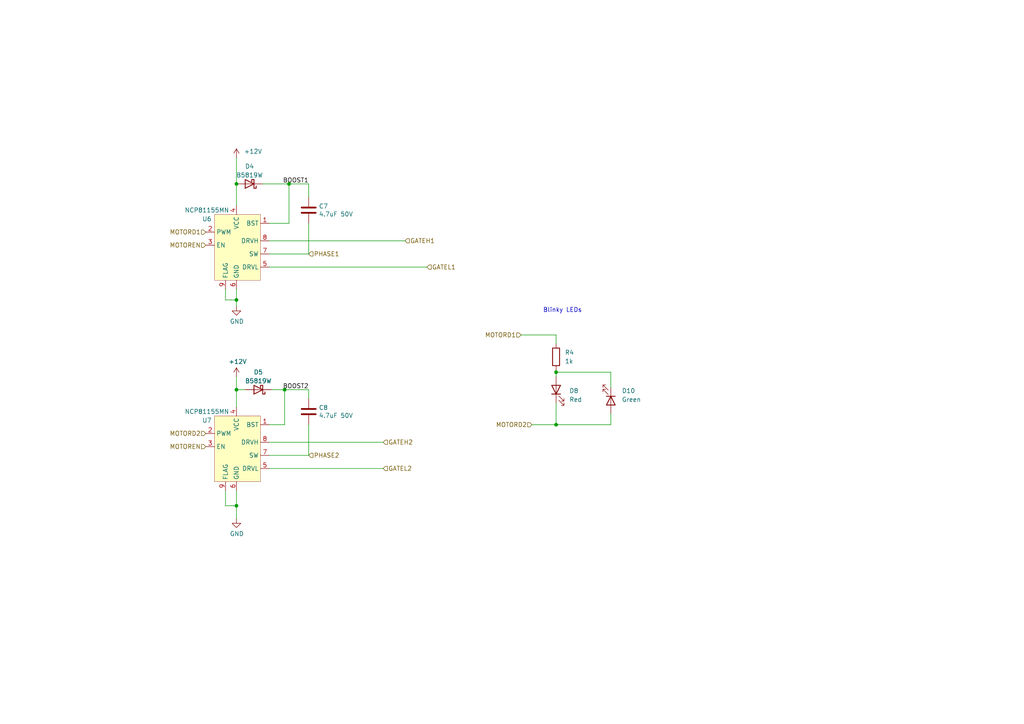
<source format=kicad_sch>
(kicad_sch (version 20211123) (generator eeschema)
  (paper "A4")
  (lib_symbols
    (symbol "Device:C" (pin_numbers hide) (pin_names (offset 0.254))
      (property "Reference" "C" (at 0.635 2.54 0))
      (property "Value" "C" (at 0.635 -2.54 0))
      (symbol "C_0_1"
        (polyline (pts (xy -2.032 -0.762) (xy 2.032 -0.762)) (stroke (width 0.508)))
        (polyline (pts (xy -2.032 0.762) (xy 2.032 0.762)) (stroke (width 0.508)))
      )
      (symbol "C_1_1"
        (pin passive line (at 0 3.81 270) (length 2.794) (name "~") (number "1"))
        (pin passive line (at 0 -3.81 90) (length 2.794) (name "~") (number "2"))
      )
    )
    (symbol "Device:D_Schottky" (pin_numbers hide) (pin_names (offset 1.016) hide)
      (property "Reference" "D" (at 0 2.54 0))
      (property "Value" "D_Schottky" (at 0 -2.54 0))
      (symbol "D_Schottky_0_1"
        (polyline (pts (xy 1.27 0) (xy -1.27 0)))
        (polyline (pts (xy 1.27 1.27) (xy 1.27 -1.27) (xy -1.27 0) (xy 1.27 1.27)) (stroke (width 0.254)))
        (polyline (pts (xy -1.905 0.635) (xy -1.905 1.27) (xy -1.27 1.27) (xy -1.27 -1.27) (xy -0.635 -1.27) (xy -0.635 -0.635)) (stroke (width 0.254)))
      )
      (symbol "D_Schottky_1_1"
        (pin passive line (at -3.81 0 0) (length 2.54) (name "K") (number "1"))
        (pin passive line (at 3.81 0 180) (length 2.54) (name "A") (number "2"))
      )
    )
    (symbol "Device:LED" (pin_numbers hide) (pin_names (offset 1.016) hide)
      (property "Reference" "D" (at 0 2.54 0))
      (property "Value" "LED" (at 0 -2.54 0))
      (symbol "LED_0_1"
        (polyline (pts (xy -1.27 -1.27) (xy -1.27 1.27)) (stroke (width 0.254)))
        (polyline (pts (xy -1.27 0) (xy 1.27 0)))
        (polyline (pts (xy 1.27 -1.27) (xy 1.27 1.27) (xy -1.27 0) (xy 1.27 -1.27)) (stroke (width 0.254)))
        (polyline (pts (xy -3.048 -0.762) (xy -4.572 -2.286) (xy -3.81 -2.286) (xy -4.572 -2.286) (xy -4.572 -1.524)))
        (polyline (pts (xy -1.778 -0.762) (xy -3.302 -2.286) (xy -2.54 -2.286) (xy -3.302 -2.286) (xy -3.302 -1.524)))
      )
      (symbol "LED_1_1"
        (pin passive line (at -3.81 0 0) (length 2.54) (name "K") (number "1"))
        (pin passive line (at 3.81 0 180) (length 2.54) (name "A") (number "2"))
      )
    )
    (symbol "Device:R" (pin_numbers hide) (pin_names (offset 0))
      (property "Reference" "R" (at 2.032 0 90))
      (property "Value" "R" (at 0 0 90))
      (symbol "R_0_1"
        (rectangle (start -1.016 -2.54) (end 1.016 2.54) (stroke (width 0.254)))
      )
      (symbol "R_1_1"
        (pin passive line (at 0 3.81 270) (length 1.27) (name "~") (number "1"))
        (pin passive line (at 0 -3.81 90) (length 1.27) (name "~") (number "2"))
      )
    )
    (symbol "featheresc_logic:NCP81155MN"
      (property "Reference" "U" (at 0 0 0))
      (property "Value" "NCP81155MN" (at 0.635 -3.175 0))
      (symbol "NCP81155MN_0_1"
        (rectangle (start -6.35 11.43) (end 6.985 -7.62) (stroke (width 0.001)) (fill (type background)))
      )
      (symbol "NCP81155MN_1_1"
        (pin power_out line (at 9.525 8.89 180) (length 2.54) (name "BST") (number "1"))
        (pin input line (at -8.89 6.35 0) (length 2.54) (name "PWM") (number "2"))
        (pin input line (at -8.89 2.54 0) (length 2.54) (name "EN") (number "3"))
        (pin power_in line (at 0 13.97 270) (length 2.54) (name "VCC") (number "4"))
        (pin output line (at 9.525 -3.81 180) (length 2.54) (name "DRVL") (number "5"))
        (pin power_in line (at 0 -10.16 90) (length 2.54) (name "GND") (number "6"))
        (pin passive line (at 9.525 0 180) (length 2.54) (name "SW") (number "7"))
        (pin output line (at 9.525 3.81 180) (length 2.54) (name "DRVH") (number "8"))
        (pin power_in line (at -3.175 -10.16 90) (length 2.54) (name "FLAG") (number "9"))
      )
    )
    (symbol "power:+12V" (power) (pin_names (offset 0))
      (property "Value" "+12V" (at 0 3.556 0))
      (symbol "+12V_0_1"
        (polyline (pts (xy -0.762 1.27) (xy 0 2.54)))
        (polyline (pts (xy 0 0) (xy 0 2.54)))
        (polyline (pts (xy 0 2.54) (xy 0.762 1.27)))
      )
      (symbol "+12V_1_1"
        (pin power_in line (at 0 0 90) (length 0) hide (name "+12V") (number "1"))
      )
    )
    (symbol "power:GND" (power) (pin_names (offset 0))
      (property "Value" "GND" (at 0 -3.81 0))
      (symbol "GND_0_1"
        (polyline (pts (xy 0 0) (xy 0 -1.27) (xy 1.27 -1.27) (xy 0 -2.54) (xy -1.27 -1.27) (xy 0 -1.27)))
      )
      (symbol "GND_1_1"
        (pin power_in line (at 0 0 270) (length 0) hide (name "GND") (number "1"))
      )
    )
  )
  (junction (at 68.58 53.34) (diameter 0.9144))
  (junction (at 161.29 123.19))
  (junction (at 161.29 107.95))
  (junction (at 68.58 146.685) (diameter 0.9144))
  (junction (at 68.58 113.03) (diameter 0.9144))
  (junction (at 82.55 113.03) (diameter 0.9144))
  (junction (at 83.82 53.34) (diameter 0.9144))
  (junction (at 68.58 86.995) (diameter 0.9144))
  (wire (pts (xy 161.29 107.95) (xy 161.29 109.22)))
  (wire (pts (xy 161.29 116.84) (xy 161.29 123.19)))
  (wire (pts (xy 68.58 142.24) (xy 68.58 146.685)))
  (wire (pts (xy 161.29 107.315) (xy 161.29 107.95)))
  (wire (pts (xy 65.405 86.995) (xy 68.58 86.995)))
  (wire (pts (xy 89.535 113.03) (xy 89.535 115.57)))
  (wire (pts (xy 78.105 73.66) (xy 89.535 73.66)))
  (wire (pts (xy 177.165 107.95) (xy 177.165 112.395)))
  (wire (pts (xy 68.58 113.03) (xy 68.58 118.11)))
  (wire (pts (xy 89.535 73.66) (xy 89.535 64.77)))
  (wire (pts (xy 78.105 135.89) (xy 111.125 135.89)))
  (wire (pts (xy 89.535 132.08) (xy 89.535 123.19)))
  (wire (pts (xy 161.29 107.95) (xy 177.165 107.95)))
  (wire (pts (xy 78.105 128.27) (xy 111.125 128.27)))
  (wire (pts (xy 82.55 113.03) (xy 82.55 123.19)))
  (wire (pts (xy 78.105 77.47) (xy 123.825 77.47)))
  (wire (pts (xy 68.58 53.34) (xy 68.58 59.69)))
  (wire (pts (xy 151.13 97.155) (xy 161.29 97.155)))
  (wire (pts (xy 161.29 123.19) (xy 154.305 123.19)))
  (wire (pts (xy 68.58 109.22) (xy 68.58 113.03)))
  (wire (pts (xy 82.55 113.03) (xy 89.535 113.03)))
  (wire (pts (xy 161.29 97.155) (xy 161.29 99.695)))
  (wire (pts (xy 68.58 86.995) (xy 68.58 83.82)))
  (wire (pts (xy 177.165 123.19) (xy 161.29 123.19)))
  (wire (pts (xy 78.105 64.77) (xy 83.82 64.77)))
  (wire (pts (xy 76.2 53.34) (xy 83.82 53.34)))
  (wire (pts (xy 78.105 132.08) (xy 89.535 132.08)))
  (wire (pts (xy 65.405 83.82) (xy 65.405 86.995)))
  (wire (pts (xy 65.405 142.24) (xy 65.405 146.685)))
  (wire (pts (xy 83.82 64.77) (xy 83.82 53.34)))
  (wire (pts (xy 78.74 113.03) (xy 82.55 113.03)))
  (wire (pts (xy 78.105 69.85) (xy 117.475 69.85)))
  (wire (pts (xy 68.58 146.685) (xy 68.58 150.495)))
  (wire (pts (xy 83.82 53.34) (xy 89.535 53.34)))
  (wire (pts (xy 68.58 113.03) (xy 71.12 113.03)))
  (wire (pts (xy 89.535 53.34) (xy 89.535 57.15)))
  (wire (pts (xy 177.165 120.015) (xy 177.165 123.19)))
  (wire (pts (xy 68.58 88.9) (xy 68.58 86.995)))
  (wire (pts (xy 68.58 45.72) (xy 68.58 53.34)))
  (wire (pts (xy 82.55 123.19) (xy 78.105 123.19)))
  (wire (pts (xy 65.405 146.685) (xy 68.58 146.685)))
  (text "Blinky LEDs" (at 157.48 90.805 0) (effects (font (size 1.27 1.27)) (justify left bottom)))
  (label "BOOST1" (at 89.535 53.34 180))
  (label "BOOST2" (at 89.535 113.03 180))
  (hierarchical_label "GATEH2" (shape input) (at 111.125 128.27 0))
  (hierarchical_label "PHASE1" (shape input) (at 89.535 73.66 0))
  (hierarchical_label "MOTORD1" (shape input) (at 151.13 97.155 180))
  (hierarchical_label "MOTORD1" (shape input) (at 59.69 67.31 180))
  (hierarchical_label "MOTOREN" (shape input) (at 59.69 71.12 180))
  (hierarchical_label "GATEH1" (shape input) (at 117.475 69.85 0))
  (hierarchical_label "GATEL2" (shape input) (at 111.125 135.89 0))
  (hierarchical_label "MOTORD2" (shape input) (at 59.69 125.73 180))
  (hierarchical_label "MOTOREN" (shape input) (at 59.69 129.54 180))
  (hierarchical_label "PHASE2" (shape input) (at 89.535 132.08 0))
  (hierarchical_label "GATEL1" (shape input) (at 123.825 77.47 0))
  (hierarchical_label "MOTORD2" (shape input) (at 154.305 123.19 180))
  (symbol (lib_id "Device:LED") (at 177.165 116.205 270)
    (property "Reference" "D10" (at 180.34 113.3474 90) (effects (justify left)))
    (property "Value" "Green" (at 180.34 115.8874 90) (effects (justify left)))
    (property "Footprint" "LED_SMD:LED_0805_2012Metric_Pad1.15x1.40mm_HandSolder" (effects hide))
  )
  (symbol (lib_id "Device:R") (at 161.29 103.505 180)
    (property "Reference" "R4" (at 163.83 102.2349 0) (effects (justify right)))
    (property "Value" "1k" (at 163.83 104.7749 0) (effects (justify right)))
    (property "Footprint" "Resistor_SMD:R_0603_1608Metric_Pad0.98x0.95mm_HandSolder" (effects hide))
  )
  (symbol (lib_id "Device:C") (at 89.535 119.38 0)
    (property "Reference" "C8" (at 92.456 118.231 0) (effects (justify left)))
    (property "Value" "4.7uF 50V" (at 92.4561 120.5293 0) (effects (justify left)))
    (property "Footprint" "Capacitor_SMD:C_1206_3216Metric_Pad1.33x1.80mm_HandSolder" (effects hide))
    (property "LCSC" "C29823" (effects hide))
  )
  (symbol (lib_id "featheresc_logic:NCP81155MN") (at 68.58 132.08 0)
    (property "Reference" "U7" (at 60.0075 121.92 0))
    (property "Value" "NCP81155MN" (at 60.0075 119.38 0))
    (property "Footprint" "Package_DFN_QFN:DFN-8-1EP_3x3mm_P0.5mm_EP1.66x2.38mm" (effects hide))
    (property "LCSC" "C173765" (effects hide))
  )
  (symbol (lib_id "Device:LED") (at 161.29 113.03 90)
    (property "Reference" "D8" (at 165.1 113.3474 90) (effects (justify right)))
    (property "Value" "Red" (at 165.1 115.8874 90) (effects (justify right)))
    (property "Footprint" "LED_SMD:LED_0805_2012Metric_Pad1.15x1.40mm_HandSolder" (effects hide))
  )
  (symbol (lib_id "power:GND") (at 68.58 88.9 0)
    (property "Reference" "#PWR013" (effects hide))
    (property "Value" "GND" (at 68.6943 93.2244 0))
  )
  (symbol (lib_id "Device:C") (at 89.535 60.96 0)
    (property "Reference" "C7" (at 92.4561 59.8106 0) (effects (justify left)))
    (property "Value" "4.7uF 50V" (at 92.4561 62.1093 0) (effects (justify left)))
    (property "Footprint" "Capacitor_SMD:C_1206_3216Metric_Pad1.33x1.80mm_HandSolder" (effects hide))
    (property "LCSC" "C29823" (effects hide))
  )
  (symbol (lib_id "power:GND") (at 68.58 150.495 0)
    (property "Reference" "#PWR015" (effects hide))
    (property "Value" "GND" (at 68.6943 154.8194 0))
  )
  (symbol (lib_id "power:+12V") (at 68.58 109.22 0)
    (property "Reference" "#PWR014" (effects hide))
    (property "Value" "+12V" (at 68.9483 104.8956 0))
  )
  (symbol (lib_id "Device:D_Schottky") (at 72.39 53.34 180)
    (property "Reference" "D4" (at 72.39 48.26 0))
    (property "Value" "B5819W" (at 72.39 50.8 0))
    (property "Footprint" "Diode_SMD:D_SOD-123" (effects hide))
    (property "LCSC" "C8598" (effects hide))
  )
  (symbol (lib_id "featheresc_logic:NCP81155MN") (at 68.58 73.66 0)
    (property "Reference" "U6" (at 60.0075 63.5 0))
    (property "Value" "NCP81155MN" (at 60.0075 60.96 0))
    (property "Footprint" "Package_DFN_QFN:DFN-8-1EP_3x3mm_P0.5mm_EP1.66x2.38mm" (effects hide))
    (property "LCSC" "C173765" (effects hide))
  )
  (symbol (lib_id "power:+12V") (at 68.58 45.72 0)
    (property "Reference" "#PWR012" (effects hide))
    (property "Value" "+12V" (at 73.3933 43.9356 0))
  )
  (symbol (lib_id "Device:D_Schottky") (at 74.93 113.03 180)
    (property "Reference" "D5" (at 74.93 107.95 0))
    (property "Value" "B5819W" (at 74.93 110.49 0))
    (property "Footprint" "Diode_SMD:D_SOD-123" (effects hide))
    (property "LCSC" "C8598" (effects hide))
  )
)
</source>
